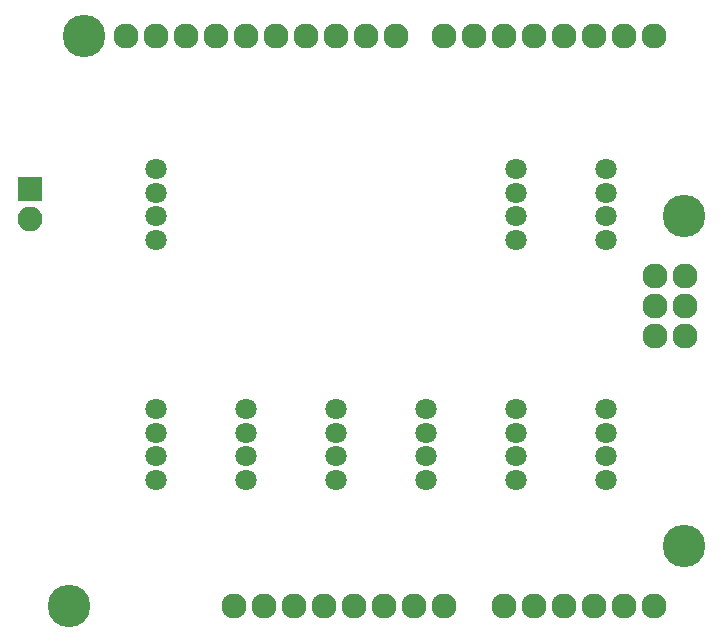
<source format=gbr>
G04 #@! TF.FileFunction,Soldermask,Bot*
%FSLAX46Y46*%
G04 Gerber Fmt 4.6, Leading zero omitted, Abs format (unit mm)*
G04 Created by KiCad (PCBNEW 4.0.7) date 08/10/18 15:52:15*
%MOMM*%
%LPD*%
G01*
G04 APERTURE LIST*
%ADD10C,0.100000*%
%ADD11O,2.127200X2.127200*%
%ADD12C,3.600000*%
%ADD13C,1.800860*%
%ADD14R,2.100000X2.100000*%
%ADD15O,2.100000X2.100000*%
G04 APERTURE END LIST*
D10*
D11*
X210439000Y-77216000D03*
X212979000Y-77216000D03*
X212979000Y-74676000D03*
X210439000Y-74676000D03*
X212979000Y-72136000D03*
X197612000Y-100076000D03*
X192532000Y-100076000D03*
X189992000Y-100076000D03*
X187452000Y-100076000D03*
X184912000Y-100076000D03*
X182372000Y-100076000D03*
X179832000Y-100076000D03*
X177292000Y-100076000D03*
X210312000Y-51816000D03*
X207772000Y-51816000D03*
X205232000Y-51816000D03*
X202692000Y-51816000D03*
X200152000Y-51816000D03*
X197612000Y-51816000D03*
X195072000Y-51816000D03*
X192532000Y-51816000D03*
X173228000Y-51816000D03*
X188468000Y-51816000D03*
X185928000Y-51816000D03*
X183388000Y-51816000D03*
D12*
X212852000Y-94996000D03*
X212852000Y-67056000D03*
X162052000Y-51816000D03*
X160782000Y-100076000D03*
D11*
X165608000Y-51816000D03*
X168148000Y-51816000D03*
X170688000Y-51816000D03*
X175768000Y-51816000D03*
X178308000Y-51816000D03*
X180848000Y-51816000D03*
X174752000Y-100076000D03*
X200152000Y-100076000D03*
X202692000Y-100076000D03*
X205232000Y-100076000D03*
X207772000Y-100076000D03*
X210312000Y-100076000D03*
X210439000Y-72136000D03*
D13*
X206288640Y-69039740D03*
X206288640Y-67038220D03*
X206288640Y-65041780D03*
X206288640Y-63040260D03*
X198668640Y-69039740D03*
X198668640Y-67038220D03*
X198668640Y-65041780D03*
X198668640Y-63040260D03*
X168188640Y-69039740D03*
X168188640Y-67038220D03*
X168188640Y-65041780D03*
X168188640Y-63040260D03*
X168188640Y-89359740D03*
X168188640Y-87358220D03*
X168188640Y-85361780D03*
X168188640Y-83360260D03*
X175808640Y-89359740D03*
X175808640Y-87358220D03*
X175808640Y-85361780D03*
X175808640Y-83360260D03*
X183428640Y-89359740D03*
X183428640Y-87358220D03*
X183428640Y-85361780D03*
X183428640Y-83360260D03*
X191048640Y-89359740D03*
X191048640Y-87358220D03*
X191048640Y-85361780D03*
X191048640Y-83360260D03*
X198668640Y-89359740D03*
X198668640Y-87358220D03*
X198668640Y-85361780D03*
X198668640Y-83360260D03*
X206288640Y-89359740D03*
X206288640Y-87358220D03*
X206288640Y-85361780D03*
X206288640Y-83360260D03*
D14*
X157480000Y-64770000D03*
D15*
X157480000Y-67310000D03*
M02*

</source>
